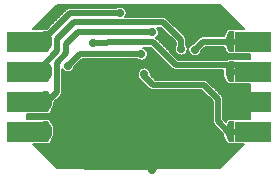
<source format=gbl>
G04 DipTrace 2.4.0.2*
%INSDmicro.gbl*%
%MOMM*%
%ADD13C,0.508*%
%ADD14C,0.127*%
%ADD19R,1.6X1.7*%
%ADD20R,2.032X1.7*%
%ADD21R,2.0X1.7*%
%ADD31C,0.711*%
%FSLAX53Y53*%
G04*
G71*
G90*
G75*
G01*
%LNBottom*%
%LPD*%
X12433Y13810D2*
D13*
X11270D1*
X10000D1*
X21331Y22201D2*
X15037D1*
X14037Y21202D1*
Y20427D1*
X13231Y19620D1*
Y17148D1*
X12433Y16350D1*
X11270D1*
X10000D1*
X12433Y21430D2*
Y21910D1*
X14366Y23843D1*
X18600D1*
X12433Y21430D2*
X11270D1*
X10000D1*
X11270Y18890D2*
X11539D1*
X13254Y20605D1*
Y21618D1*
X14693Y23056D1*
X22267D1*
X23759Y21564D1*
Y20793D1*
X12433Y18890D2*
X11270D1*
X10000D1*
X27888Y21430D2*
X25601D1*
X24907Y20737D1*
X30320Y21430D2*
X27888D1*
X29050D1*
Y18890D2*
Y19448D1*
X23311D1*
X21410Y21348D1*
X17533D1*
X17453Y21268D1*
X16334D1*
X30320Y18890D2*
X29050D1*
X27885D1*
X14731Y15339D2*
Y11637D1*
X15587Y10781D1*
X21526D1*
X21333Y10588D1*
X14731Y15339D2*
X14940D1*
Y17225D1*
X17187Y19471D1*
X21106D1*
X21897Y18680D1*
X26332D1*
X27724Y17288D1*
X28112D1*
X29050Y16350D1*
X27888D2*
X29050D1*
X30320D1*
X29050Y13810D2*
X27770D1*
X26873Y14707D1*
Y16544D1*
X25667Y17750D1*
X21368D1*
X20534Y18584D1*
X20637Y18687D1*
X30320Y13810D2*
X29050D1*
X27885D1*
X20389Y20369D2*
X15187D1*
X14174Y19356D1*
D31*
X20637Y18687D3*
X21331Y22201D3*
X23759Y20793D3*
X16334Y21268D3*
X14174Y19356D3*
X14731Y15339D3*
X21333Y10588D3*
X18600Y23843D3*
X24907Y20737D3*
X20389Y20369D3*
X13148Y24393D2*
D14*
X18548D1*
X18653D2*
X27172D1*
X13023Y24269D2*
X14210D1*
X18962D2*
X27295D1*
X12900Y24146D2*
X14020D1*
X19074D2*
X27420D1*
X12777Y24022D2*
X13897D1*
X19135D2*
X27543D1*
X12652Y23898D2*
X13772D1*
X19161D2*
X27666D1*
X12529Y23775D2*
X13649D1*
X19159D2*
X27791D1*
X12406Y23651D2*
X13526D1*
X19129D2*
X27914D1*
X12281Y23527D2*
X13403D1*
X19064D2*
X28037D1*
X12158Y23404D2*
X13278D1*
X22564D2*
X28162D1*
X12035Y23280D2*
X13155D1*
X22691D2*
X28285D1*
X11910Y23156D2*
X13032D1*
X22814D2*
X28408D1*
X11787Y23033D2*
X12907D1*
X22939D2*
X28533D1*
X11664Y22909D2*
X12783D1*
X23062D2*
X28657D1*
X11539Y22785D2*
X12660D1*
X23185D2*
X28780D1*
X11416Y22662D2*
X12535D1*
X23310D2*
X28903D1*
X11293Y22538D2*
X12412D1*
X21780D2*
X22138D1*
X23433D2*
X29028D1*
X21852Y22414D2*
X22261D1*
X23556D2*
X27635D1*
X21887Y22291D2*
X22384D1*
X23681D2*
X27563D1*
X21893Y22167D2*
X22509D1*
X23804D2*
X27500D1*
X21872Y22043D2*
X22632D1*
X23927D2*
X27436D1*
X21818Y21920D2*
X22755D1*
X24052D2*
X27373D1*
X21717Y21796D2*
X22880D1*
X24156D2*
X25327D1*
X21735Y21672D2*
X23003D1*
X24207D2*
X25194D1*
X21858Y21549D2*
X23126D1*
X24221D2*
X25071D1*
X21983Y21425D2*
X23249D1*
X24221D2*
X24948D1*
X22106Y21301D2*
X23297D1*
X24221D2*
X24823D1*
X22229Y21178D2*
X23297D1*
X24221D2*
X24565D1*
X22352Y21054D2*
X23261D1*
X24257D2*
X24444D1*
X22477Y20930D2*
X23213D1*
X24304D2*
X24378D1*
X25749D2*
X27379D1*
X20736Y20807D2*
X21304D1*
X22600D2*
X23196D1*
X25626D2*
X27442D1*
X20854Y20683D2*
X21427D1*
X22723D2*
X23205D1*
X25501D2*
X27506D1*
X20919Y20559D2*
X21550D1*
X22848D2*
X23247D1*
X24271D2*
X24374D1*
X25441D2*
X27569D1*
X20949Y20436D2*
X21675D1*
X22971D2*
X23326D1*
X24191D2*
X24434D1*
X25382D2*
X27646D1*
X20949Y20312D2*
X21799D1*
X23094D2*
X23477D1*
X24040D2*
X24545D1*
X25271D2*
X29583D1*
X20923Y20188D2*
X21922D1*
X23219D2*
X24847D1*
X24969D2*
X29583D1*
X20861Y20065D2*
X22047D1*
X23342D2*
X29583D1*
X20748Y19941D2*
X22170D1*
X23465D2*
X29583D1*
X15283Y19817D2*
X22293D1*
X15160Y19694D2*
X22418D1*
X15035Y19570D2*
X22541D1*
X14912Y19446D2*
X22664D1*
X14789Y19323D2*
X22789D1*
X14716Y19199D2*
X20421D1*
X20854D2*
X22912D1*
X14660Y19075D2*
X20235D1*
X21040D2*
X23047D1*
X13692Y18952D2*
X13788D1*
X14561D2*
X20142D1*
X21133D2*
X27311D1*
X13692Y18828D2*
X14006D1*
X14343D2*
X20092D1*
X21183D2*
X27311D1*
X13692Y18704D2*
X20074D1*
X21201D2*
X27311D1*
X13692Y18581D2*
X20072D1*
X21191D2*
X27311D1*
X13692Y18457D2*
X20090D1*
X21308D2*
X27343D1*
X13692Y18333D2*
X20148D1*
X21433D2*
X27406D1*
X13692Y18210D2*
X20261D1*
X21556D2*
X27470D1*
X13692Y18086D2*
X20384D1*
X25977D2*
X27533D1*
X13692Y17962D2*
X20507D1*
X26102D2*
X27597D1*
X13692Y17839D2*
X20632D1*
X26227D2*
X29583D1*
X13692Y17715D2*
X20755D1*
X26350D2*
X29583D1*
X13692Y17591D2*
X20878D1*
X26473D2*
X29583D1*
X13692Y17468D2*
X21003D1*
X26598D2*
X29583D1*
X13692Y17344D2*
X21164D1*
X26721D2*
X29583D1*
X13692Y17220D2*
X25549D1*
X26844D2*
X29583D1*
X13690Y17097D2*
X25672D1*
X26969D2*
X29583D1*
X13656Y16973D2*
X25797D1*
X27092D2*
X29583D1*
X13579Y16849D2*
X25920D1*
X27215D2*
X29583D1*
X13456Y16726D2*
X26043D1*
X27297D2*
X29583D1*
X13333Y16602D2*
X26168D1*
X27331D2*
X29583D1*
X13208Y16478D2*
X26291D1*
X27335D2*
X29583D1*
X13085Y16355D2*
X26410D1*
X27335D2*
X29583D1*
X13007Y16231D2*
X26410D1*
X27335D2*
X29583D1*
X13007Y16107D2*
X26410D1*
X27335D2*
X29583D1*
X13003Y15984D2*
X26410D1*
X27335D2*
X29583D1*
X12948Y15860D2*
X26410D1*
X27335D2*
X29583D1*
X12884Y15736D2*
X26410D1*
X27335D2*
X29583D1*
X12821Y15613D2*
X26410D1*
X27335D2*
X29583D1*
X12757Y15489D2*
X26410D1*
X27335D2*
X29583D1*
X12684Y15365D2*
X26410D1*
X27335D2*
X29583D1*
X10736Y15242D2*
X26410D1*
X27335D2*
X29583D1*
X10736Y15118D2*
X26410D1*
X27335D2*
X29583D1*
X10736Y14994D2*
X26410D1*
X27335D2*
X29583D1*
X10736Y14871D2*
X26410D1*
X27358D2*
X29583D1*
X12718Y14747D2*
X26410D1*
X27481D2*
X27603D1*
X12781Y14623D2*
X26418D1*
X12845Y14500D2*
X26462D1*
X12908Y14376D2*
X26557D1*
X12972Y14252D2*
X26680D1*
X13007Y14129D2*
X26803D1*
X13007Y14005D2*
X26928D1*
X13007Y13881D2*
X27051D1*
X13007Y13758D2*
X27174D1*
X13007Y13634D2*
X27299D1*
X13007Y13510D2*
X27311D1*
X12982Y13387D2*
X27339D1*
X12918Y13263D2*
X27402D1*
X12855Y13139D2*
X27466D1*
X12791Y13016D2*
X27529D1*
X12728Y12892D2*
X27593D1*
X12579Y12768D2*
X27742D1*
X11350Y12645D2*
X28970D1*
X11473Y12521D2*
X28845D1*
X11596Y12397D2*
X28722D1*
X11721Y12274D2*
X28599D1*
X11844Y12150D2*
X28474D1*
X11968Y12026D2*
X28351D1*
X12093Y11903D2*
X28228D1*
X12216Y11779D2*
X28105D1*
X12339Y11655D2*
X27980D1*
X12464Y11532D2*
X27857D1*
X12587Y11408D2*
X27734D1*
X12710Y11284D2*
X27609D1*
X12835Y11161D2*
X27486D1*
X12958Y11037D2*
X27363D1*
X13081Y10913D2*
X27238D1*
X13206Y10790D2*
X27115D1*
X12012Y15304D2*
X10724D1*
Y14854D1*
X11196Y14856D1*
X12266D1*
X12530D1*
X12592Y14845D1*
X12648Y14816D1*
X12693Y14768D1*
X12733Y14693D1*
X12974Y14224D1*
X12993Y14162D1*
X12996Y14072D1*
Y13485D1*
X12984Y13421D1*
X12945Y13339D1*
X12704Y12871D1*
X12666Y12820D1*
X12614Y12784D1*
X12552Y12766D1*
X12467Y12764D1*
X11216D1*
X11648Y12334D1*
X13260Y10722D1*
X13994Y10724D1*
X27062D1*
X29104Y12766D1*
X28903Y12764D1*
X28054Y12766D1*
X27996Y12764D1*
X27790D1*
X27728Y12775D1*
X27672Y12804D1*
X27627Y12852D1*
X27587Y12927D1*
X27346Y13396D1*
X27327Y13458D1*
X27324Y13549D1*
Y13622D1*
X27093Y13851D1*
X26555Y14389D1*
X26513Y14437D1*
X26479Y14491D1*
X26452Y14548D1*
X26434Y14609D1*
X26423Y14707D1*
X26420Y16361D1*
X25477Y17300D1*
X21368D1*
X21305Y17305D1*
X21243Y17318D1*
X21183Y17340D1*
X21127Y17370D1*
X21050Y17432D1*
X20216Y18266D1*
X20175Y18314D1*
X20140Y18367D1*
X20114Y18424D1*
X20095Y18485D1*
X20086Y18548D1*
Y18610D1*
X20088Y18733D1*
X20097Y18796D1*
X20113Y18857D1*
X20136Y18917D1*
X20166Y18973D1*
X20202Y19025D1*
X20244Y19073D1*
X20291Y19115D1*
X20342Y19152D1*
X20398Y19183D1*
X20457Y19208D1*
X20518Y19225D1*
X20580Y19235D1*
X20644Y19238D1*
X20707Y19234D1*
X20769Y19222D1*
X20830Y19203D1*
X20888Y19178D1*
X20943Y19146D1*
X20994Y19108D1*
X21040Y19064D1*
X21080Y19015D1*
X21115Y18962D1*
X21143Y18905D1*
X21165Y18846D1*
X21180Y18784D1*
X21189Y18687D1*
X21185Y18624D1*
X21176Y18575D1*
X21526Y18228D1*
X21558Y18199D1*
X25667D1*
X25731Y18195D1*
X25793Y18182D1*
X25852Y18160D1*
X25908Y18130D1*
X25985Y18068D1*
X27191Y16862D1*
X27232Y16814D1*
X27267Y16761D1*
X27293Y16703D1*
X27311Y16643D1*
X27322Y16544D1*
X27325Y14891D1*
X27565Y14651D1*
X27616Y14749D1*
X27654Y14800D1*
X27706Y14836D1*
X27768Y14854D1*
X27854Y14856D1*
X29596D1*
X29597Y17846D1*
X29246Y17844D1*
X29108Y17846D1*
X28903Y17844D1*
X28054Y17846D1*
X27996Y17844D1*
X27790D1*
X27728Y17855D1*
X27672Y17884D1*
X27627Y17932D1*
X27587Y18007D1*
X27346Y18476D1*
X27327Y18538D1*
X27324Y18629D1*
Y19000D1*
X26510Y18998D1*
X23311D1*
X23247Y19003D1*
X23185Y19016D1*
X23126Y19038D1*
X23070Y19068D1*
X22993Y19130D1*
X21220Y20899D1*
X20539D1*
X20640Y20860D1*
X20694Y20828D1*
X20745Y20789D1*
X20791Y20746D1*
X20832Y20697D1*
X20867Y20644D1*
X20895Y20587D1*
X20917Y20528D1*
X20932Y20466D1*
X20940Y20369D1*
X20937Y20305D1*
X20926Y20243D1*
X20908Y20182D1*
X20883Y20124D1*
X20851Y20068D1*
X20814Y20017D1*
X20770Y19971D1*
X20722Y19930D1*
X20670Y19894D1*
X20613Y19865D1*
X20554Y19843D1*
X20492Y19827D1*
X20429Y19819D1*
X20366Y19818D1*
X20303Y19824D1*
X20241Y19838D1*
X20181Y19858D1*
X20123Y19886D1*
X20071Y19918D1*
X15374Y19919D1*
X14718Y19264D1*
X14693Y19169D1*
X14668Y19111D1*
X14637Y19056D1*
X14599Y19005D1*
X14556Y18958D1*
X14508Y18917D1*
X14455Y18882D1*
X14399Y18853D1*
X14339Y18830D1*
X14278Y18815D1*
X14215Y18806D1*
X14151Y18805D1*
X14088Y18812D1*
X14026Y18825D1*
X13966Y18846D1*
X13909Y18873D1*
X13855Y18907D1*
X13806Y18947D1*
X13761Y18992D1*
X13722Y19042D1*
X13679Y19116D1*
X13681Y17398D1*
Y17148D1*
X13676Y17085D1*
X13663Y17023D1*
X13641Y16964D1*
X13611Y16908D1*
X13549Y16831D1*
X12995Y16276D1*
X12996Y16025D1*
X12984Y15961D1*
X12945Y15879D1*
X12704Y15411D1*
X12666Y15360D1*
X12614Y15324D1*
X12552Y15306D1*
X12467Y15304D1*
X12012D1*
X11217Y22476D2*
X12266Y22474D1*
X12319Y22476D1*
X12365D1*
X12609Y22722D1*
X14048Y24161D1*
X14096Y24203D1*
X14149Y24237D1*
X14207Y24264D1*
X14268Y24282D1*
X14366Y24293D1*
X18281D1*
X18361Y24340D1*
X18419Y24364D1*
X18480Y24381D1*
X18543Y24392D1*
X18607Y24395D1*
X18670Y24390D1*
X18732Y24379D1*
X18793Y24360D1*
X18851Y24334D1*
X18906Y24302D1*
X18956Y24264D1*
X19002Y24220D1*
X19043Y24172D1*
X19078Y24119D1*
X19106Y24062D1*
X19128Y24002D1*
X19143Y23941D1*
X19152Y23843D1*
X19148Y23780D1*
X19137Y23718D1*
X19119Y23657D1*
X19094Y23598D1*
X19036Y23506D1*
X22267D1*
X22330Y23501D1*
X22392Y23488D1*
X22452Y23466D1*
X22508Y23436D1*
X22585Y23374D1*
X24076Y21882D1*
X24118Y21834D1*
X24152Y21781D1*
X24179Y21723D1*
X24197Y21663D1*
X24208Y21564D1*
Y21110D1*
X24236Y21068D1*
X24265Y21011D1*
X24286Y20952D1*
X24301Y20890D1*
X24310Y20793D1*
X24306Y20730D1*
X24295Y20667D1*
X24277Y20606D1*
X24252Y20548D1*
X24221Y20493D1*
X24183Y20442D1*
X24140Y20395D1*
X24092Y20354D1*
X24039Y20318D1*
X23983Y20289D1*
X23923Y20267D1*
X23862Y20251D1*
X23799Y20243D1*
X23735Y20242D1*
X23672Y20249D1*
X23610Y20262D1*
X23550Y20283D1*
X23493Y20310D1*
X23439Y20344D1*
X23390Y20383D1*
X23345Y20429D1*
X23306Y20478D1*
X23273Y20533D1*
X23246Y20590D1*
X23226Y20650D1*
X23213Y20713D1*
X23208Y20776D1*
X23209Y20839D1*
X23218Y20902D1*
X23234Y20963D1*
X23257Y21023D1*
X23309Y21110D1*
Y21378D1*
X22081Y22606D1*
X21705Y22607D1*
X21774Y22529D1*
X21809Y22476D1*
X21837Y22420D1*
X21859Y22360D1*
X21874Y22298D1*
X21883Y22201D1*
X21879Y22138D1*
X21868Y22075D1*
X21850Y22014D1*
X21825Y21956D1*
X21794Y21901D1*
X21756Y21850D1*
X21713Y21803D1*
X21630Y21739D1*
X21702Y21690D1*
X21953Y21442D1*
X23501Y19897D1*
X27674D1*
X27747Y19931D1*
X27854Y19936D1*
X29596D1*
X29597Y20386D1*
X29246Y20384D1*
X29108Y20386D1*
X28903Y20384D1*
X28054Y20386D1*
X28001Y20384D1*
X27790D1*
X27728Y20395D1*
X27672Y20424D1*
X27627Y20472D1*
X27587Y20547D1*
X27365Y20979D1*
X25786Y20980D1*
X25451Y20645D1*
X25426Y20550D1*
X25401Y20492D1*
X25370Y20437D1*
X25332Y20386D1*
X25289Y20339D1*
X25241Y20298D1*
X25188Y20262D1*
X25132Y20233D1*
X25072Y20211D1*
X25011Y20195D1*
X24948Y20187D1*
X24884Y20186D1*
X24821Y20193D1*
X24759Y20206D1*
X24699Y20227D1*
X24642Y20254D1*
X24588Y20288D1*
X24538Y20327D1*
X24494Y20373D1*
X24455Y20422D1*
X24422Y20477D1*
X24395Y20534D1*
X24375Y20594D1*
X24362Y20657D1*
X24356Y20720D1*
X24358Y20783D1*
X24367Y20846D1*
X24383Y20907D1*
X24406Y20967D1*
X24436Y21023D1*
X24472Y21075D1*
X24514Y21123D1*
X24561Y21165D1*
X24612Y21202D1*
X24668Y21233D1*
X24726Y21258D1*
X24813Y21279D1*
X25283Y21748D1*
X25331Y21789D1*
X25384Y21824D1*
X25441Y21851D1*
X25502Y21869D1*
X25601Y21880D1*
X27365D1*
X27616Y22369D1*
X27654Y22420D1*
X27706Y22456D1*
X27768Y22474D1*
X27854Y22476D1*
X29104D1*
X28672Y22906D1*
X27060Y24518D1*
X26326Y24517D1*
X13258D1*
X11216Y22474D1*
D19*
X11270Y16350D3*
Y18890D3*
Y21430D3*
G36*
X12530Y18040D2*
X12065D1*
Y19740D1*
X12530D1*
X12800Y19215D1*
Y18565D1*
X12530Y18040D1*
G37*
G36*
Y15500D2*
X12065D1*
Y17200D1*
X12530D1*
X12800Y16675D1*
Y16025D1*
X12530Y15500D1*
G37*
G36*
Y20580D2*
X12065D1*
Y22280D1*
X12530D1*
X12800Y21755D1*
Y21105D1*
X12530Y20580D1*
G37*
D20*
X10000Y21430D3*
Y18890D3*
Y16350D3*
D19*
X29050Y13810D3*
Y16350D3*
D20*
X30320Y13810D3*
Y16350D3*
G36*
X27790Y17200D2*
X28255D1*
Y15500D1*
X27790D1*
X27520Y16025D1*
Y16675D1*
X27790Y17200D1*
G37*
G36*
Y14660D2*
X28250D1*
Y12960D1*
X27790D1*
X27520Y13485D1*
Y14135D1*
X27790Y14660D1*
G37*
D19*
X29050Y18890D3*
Y21430D3*
D20*
X30320Y18890D3*
Y21430D3*
G36*
X27790Y22280D2*
X28255D1*
Y20580D1*
X27790D1*
X27520Y21105D1*
Y21755D1*
X27790Y22280D1*
G37*
G36*
Y19740D2*
X28250D1*
Y18040D1*
X27790D1*
X27520Y18565D1*
Y19215D1*
X27790Y19740D1*
G37*
D19*
X11270Y13810D3*
G36*
X12530Y12960D2*
X12065D1*
Y14660D1*
X12530D1*
X12800Y14135D1*
Y13485D1*
X12530Y12960D1*
G37*
D21*
X10000Y13810D3*
G36*
X22876Y16436D2*
X22847Y16626D1*
X22787Y16773D1*
X22711Y16867D1*
X22635Y16944D1*
X22522Y17007D1*
X22457Y17032D1*
X22362Y17053D1*
X22311Y17063D1*
X22229Y17068D1*
X22164Y17045D1*
X22126Y17007D1*
X22100Y16982D1*
X22036Y16969D1*
X22011Y16974D1*
X21960Y16989D1*
X21933Y17020D1*
X21834Y16938D1*
X21884Y16862D1*
Y16844D1*
X21795Y16808D1*
X21783Y16753D1*
X21773Y16651D1*
X22025Y16758D1*
X22057D1*
X22100Y16751D1*
X22110Y16728D1*
X22090Y16677D1*
X21975Y16613D1*
X21803Y16542D1*
X21828Y16492D1*
X21892Y16437D1*
X22082Y16512D1*
X22076Y16474D1*
Y16436D1*
X22876D1*
G37*
M02*

</source>
